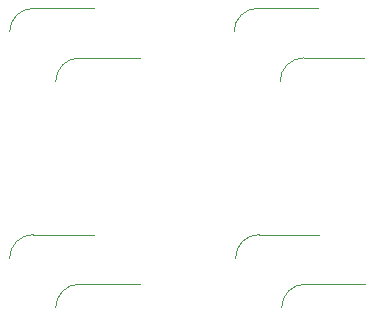
<source format=gbr>
%TF.GenerationSoftware,KiCad,Pcbnew,9.0.2*%
%TF.CreationDate,2025-11-16T09:52:10+01:00*%
%TF.ProjectId,test-stef_8_inter,74657374-2d73-4746-9566-5f385f696e74,rev?*%
%TF.SameCoordinates,Original*%
%TF.FileFunction,Legend,Bot*%
%TF.FilePolarity,Positive*%
%FSLAX46Y46*%
G04 Gerber Fmt 4.6, Leading zero omitted, Abs format (unit mm)*
G04 Created by KiCad (PCBNEW 9.0.2) date 2025-11-16 09:52:10*
%MOMM*%
%LPD*%
G01*
G04 APERTURE LIST*
%ADD10C,0.120000*%
G04 APERTURE END LIST*
D10*
%TO.C,SW5*%
X183487000Y-110680000D02*
X188587000Y-110680000D01*
X187387000Y-114880000D02*
X192487000Y-114880000D01*
X181487000Y-112680000D02*
G75*
G02*
X183487000Y-110680000I1999999J1D01*
G01*
X185387000Y-116880000D02*
G75*
G02*
X187387000Y-114880000I1999999J1D01*
G01*
%TO.C,SW1*%
X164360000Y-91525000D02*
X169460000Y-91525000D01*
X168260000Y-95725000D02*
X173360000Y-95725000D01*
X162360000Y-93525000D02*
G75*
G02*
X164360000Y-91525000I1999999J1D01*
G01*
X166260000Y-97725000D02*
G75*
G02*
X168260000Y-95725000I1999999J1D01*
G01*
%TO.C,SW2*%
X183360000Y-91525000D02*
X188460000Y-91525000D01*
X187260000Y-95725000D02*
X192360000Y-95725000D01*
X181360000Y-93525000D02*
G75*
G02*
X183360000Y-91525000I1999999J1D01*
G01*
X185260000Y-97725000D02*
G75*
G02*
X187260000Y-95725000I1999999J1D01*
G01*
%TO.C,SW4*%
X164360000Y-110680000D02*
X169460000Y-110680000D01*
X168260000Y-114880000D02*
X173360000Y-114880000D01*
X162360000Y-112680000D02*
G75*
G02*
X164360000Y-110680000I1999999J1D01*
G01*
X166260000Y-116880000D02*
G75*
G02*
X168260000Y-114880000I1999999J1D01*
G01*
%TD*%
M02*

</source>
